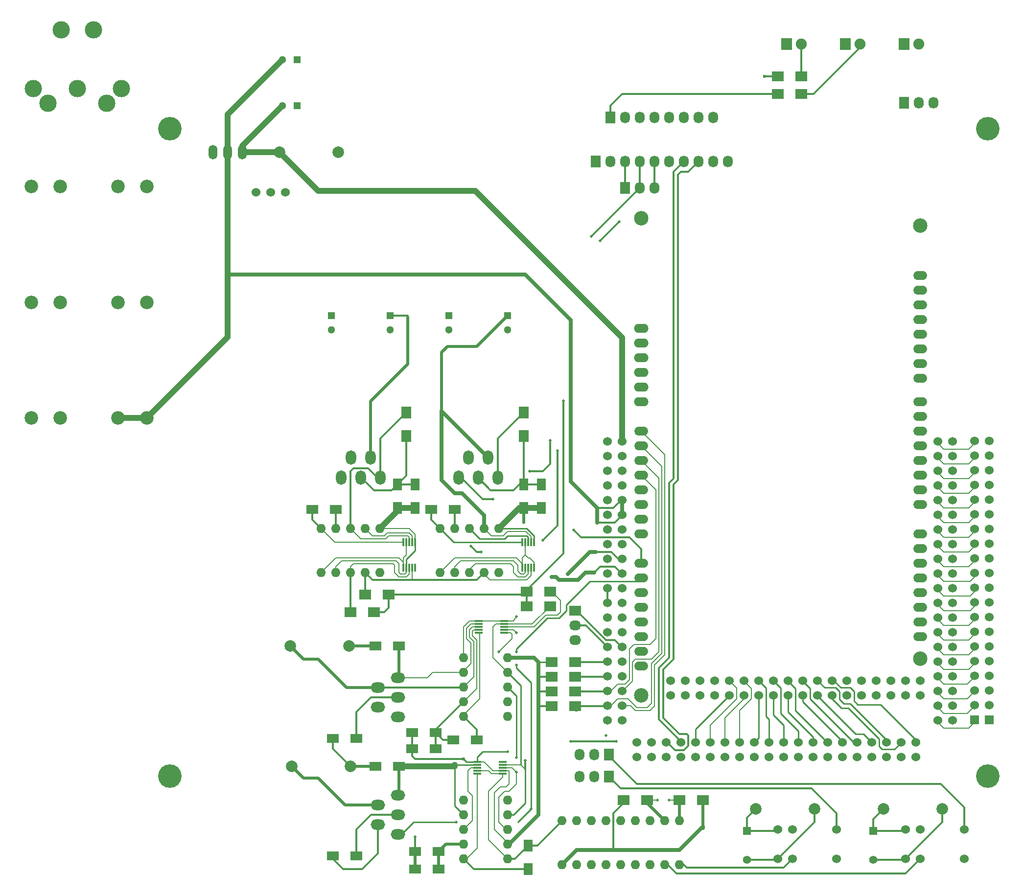
<source format=gtl>
G04 #@! TF.FileFunction,Copper,L1,Top,Signal*
%FSLAX46Y46*%
G04 Gerber Fmt 4.6, Leading zero omitted, Abs format (unit mm)*
G04 Created by KiCad (PCBNEW 4.0.1-stable) date Monday, February 22, 2016 'PMt' 07:07:20 PM*
%MOMM*%
G01*
G04 APERTURE LIST*
%ADD10C,0.100000*%
%ADD11R,1.400000X0.300000*%
%ADD12O,1.600000X1.600000*%
%ADD13C,1.524000*%
%ADD14O,2.400000X1.524000*%
%ADD15O,2.540000X1.524000*%
%ADD16C,2.500000*%
%ADD17C,3.000000*%
%ADD18R,1.524000X1.524000*%
%ADD19R,1.400000X1.400000*%
%ADD20C,1.400000*%
%ADD21R,2.000000X1.600000*%
%ADD22R,1.600000X2.000000*%
%ADD23R,1.300000X1.300000*%
%ADD24C,1.300000*%
%ADD25C,2.349500*%
%ADD26R,1.900000X2.000000*%
%ADD27C,1.900000*%
%ADD28R,1.727200X2.032000*%
%ADD29O,1.727200X2.032000*%
%ADD30R,2.032000X1.727200*%
%ADD31O,2.032000X1.727200*%
%ADD32R,2.000000X1.700000*%
%ADD33R,1.700000X2.000000*%
%ADD34C,1.998980*%
%ADD35O,1.800860X2.499360*%
%ADD36O,2.499360X1.800860*%
%ADD37O,1.501140X2.499360*%
%ADD38R,0.300000X1.400000*%
%ADD39C,4.064000*%
%ADD40C,0.500000*%
%ADD41C,0.600000*%
%ADD42C,0.300000*%
%ADD43C,0.200000*%
%ADD44C,0.250000*%
%ADD45C,0.500000*%
%ADD46C,0.700000*%
%ADD47C,1.000000*%
%ADD48C,0.170000*%
G04 APERTURE END LIST*
D10*
D11*
X147406000Y-120158000D03*
X147406000Y-120658000D03*
X147406000Y-121158000D03*
X147406000Y-121658000D03*
X147406000Y-122158000D03*
X151806000Y-122158000D03*
X151806000Y-121658000D03*
X151806000Y-121158000D03*
X151806000Y-120658000D03*
X151806000Y-120158000D03*
D12*
X144780000Y-126492000D03*
X144780000Y-129032000D03*
X144780000Y-131572000D03*
X144780000Y-134112000D03*
X144780000Y-136652000D03*
X152400000Y-136652000D03*
X152400000Y-134112000D03*
X152400000Y-131572000D03*
X152400000Y-129032000D03*
X152400000Y-126492000D03*
D13*
X172198000Y-111906000D03*
X172198000Y-101746000D03*
X172198000Y-99206000D03*
X169658000Y-99206000D03*
X169658000Y-101746000D03*
X169658000Y-91586000D03*
X169658000Y-89046000D03*
X172198000Y-91586000D03*
X172198000Y-89046000D03*
X172198000Y-94126000D03*
X172198000Y-96666000D03*
X169658000Y-94126000D03*
X169658000Y-96666000D03*
X169658000Y-106826000D03*
X169658000Y-104286000D03*
X169658000Y-109366000D03*
X169658000Y-111906000D03*
X172198000Y-109366000D03*
X169658000Y-119526000D03*
X172198000Y-119526000D03*
X169658000Y-122066000D03*
X172198000Y-122066000D03*
X169658000Y-124606000D03*
X172198000Y-124606000D03*
X169658000Y-134766000D03*
X172198000Y-134766000D03*
X169658000Y-137306000D03*
X172198000Y-137306000D03*
X200138000Y-143656000D03*
X202678000Y-143656000D03*
X205218000Y-143656000D03*
X207758000Y-143656000D03*
X210298000Y-143656000D03*
X212838000Y-143656000D03*
X215378000Y-143656000D03*
X217918000Y-143656000D03*
X220458000Y-143656000D03*
X222998000Y-143656000D03*
X229348000Y-137306000D03*
X226808000Y-137306000D03*
X229348000Y-134766000D03*
X226808000Y-134766000D03*
X229348000Y-132226000D03*
X226808000Y-132226000D03*
X229348000Y-129686000D03*
X226808000Y-129686000D03*
X229348000Y-127146000D03*
X226808000Y-127146000D03*
X229348000Y-124606000D03*
X226808000Y-124606000D03*
X229348000Y-122066000D03*
X226808000Y-122066000D03*
X229348000Y-119526000D03*
X226808000Y-119526000D03*
X229348000Y-116986000D03*
X226808000Y-116986000D03*
X229348000Y-114446000D03*
X226808000Y-114446000D03*
X229348000Y-111906000D03*
X226808000Y-111906000D03*
X229348000Y-109366000D03*
X226808000Y-109366000D03*
X229348000Y-106826000D03*
X226808000Y-106826000D03*
X229348000Y-104286000D03*
X226808000Y-104286000D03*
X229348000Y-101746000D03*
X226808000Y-101746000D03*
X229348000Y-99206000D03*
X226808000Y-99206000D03*
X229348000Y-96666000D03*
X226808000Y-96666000D03*
X229348000Y-94126000D03*
X226808000Y-94126000D03*
X229348000Y-91586000D03*
X226808000Y-91586000D03*
X229348000Y-89046000D03*
X226808000Y-89046000D03*
X197598000Y-143656000D03*
X195058000Y-143656000D03*
X192518000Y-143656000D03*
X189978000Y-143656000D03*
X187438000Y-143656000D03*
X184898000Y-143656000D03*
X182358000Y-143656000D03*
X179818000Y-143656000D03*
X177278000Y-143656000D03*
X174738000Y-143656000D03*
X222998000Y-141116000D03*
X220458000Y-141116000D03*
X217918000Y-141116000D03*
X215378000Y-141116000D03*
X212838000Y-141116000D03*
X210298000Y-141116000D03*
X207758000Y-141116000D03*
X205218000Y-141116000D03*
X202678000Y-141116000D03*
X200138000Y-141116000D03*
X197598000Y-141116000D03*
X195058000Y-141116000D03*
X192518000Y-141116000D03*
X189978000Y-141116000D03*
X187438000Y-141116000D03*
X184898000Y-141116000D03*
X182358000Y-141116000D03*
X179818000Y-141116000D03*
X177278000Y-141116000D03*
X174738000Y-141116000D03*
X172198000Y-132226000D03*
X169658000Y-132226000D03*
X172198000Y-129686000D03*
X169658000Y-129686000D03*
X172198000Y-127146000D03*
X169658000Y-127146000D03*
X172198000Y-116986000D03*
X172198000Y-114446000D03*
X169658000Y-116986000D03*
X169658000Y-114446000D03*
X172198000Y-106826000D03*
X172198000Y-104286000D03*
D14*
X223760000Y-105048000D03*
X223760000Y-107588000D03*
X223760000Y-110128000D03*
X223760000Y-112668000D03*
X223760000Y-115208000D03*
X223760000Y-117748000D03*
X223760000Y-120288000D03*
X223760000Y-122828000D03*
X175500000Y-127908000D03*
X175500000Y-125368000D03*
X175500000Y-122828000D03*
X175500000Y-120288000D03*
X175500000Y-110128000D03*
X175500000Y-105048000D03*
X175500000Y-102508000D03*
X175500000Y-112668000D03*
X175500000Y-115208000D03*
X175500000Y-117748000D03*
X175500000Y-99968000D03*
X175500000Y-97428000D03*
X175500000Y-94888000D03*
X175500000Y-87268000D03*
X175500000Y-89808000D03*
X175500000Y-92348000D03*
D15*
X175500000Y-82188000D03*
X175500000Y-79648000D03*
X175500000Y-77108000D03*
X175500000Y-72028000D03*
X175500000Y-69488000D03*
D14*
X223760000Y-99968000D03*
X223760000Y-97428000D03*
X223760000Y-94888000D03*
X223760000Y-92348000D03*
X223760000Y-89808000D03*
X223760000Y-87268000D03*
X223760000Y-84728000D03*
X223760000Y-82188000D03*
X223760000Y-78124000D03*
X223760000Y-75584000D03*
X223760000Y-73044000D03*
X223760000Y-70504000D03*
X223760000Y-67964000D03*
X223760000Y-65424000D03*
X223760000Y-62884000D03*
X223760000Y-60344000D03*
D15*
X175500000Y-74568000D03*
D16*
X175500000Y-132988000D03*
X223760000Y-126638000D03*
X223760000Y-51708000D03*
X175500000Y-50438000D03*
D13*
X221220000Y-130448000D03*
X221220000Y-132988000D03*
X218680000Y-130448000D03*
X218680000Y-132988000D03*
X216140000Y-130448000D03*
X216140000Y-132988000D03*
X213600000Y-130448000D03*
X213600000Y-132988000D03*
X223760000Y-130448000D03*
X223760000Y-132988000D03*
X211060000Y-132988000D03*
X211060000Y-130448000D03*
X208520000Y-130448000D03*
X208520000Y-132988000D03*
X205980000Y-130448000D03*
X205980000Y-132988000D03*
X203440000Y-130448000D03*
X203440000Y-132988000D03*
X200900000Y-130448000D03*
X200900000Y-132988000D03*
X198360000Y-130448000D03*
X198360000Y-132988000D03*
X195820000Y-130448000D03*
X195820000Y-132988000D03*
X193280000Y-130448000D03*
X193280000Y-132988000D03*
X190740000Y-130448000D03*
X190740000Y-132988000D03*
X188200000Y-130448000D03*
X188200000Y-132988000D03*
X185660000Y-130448000D03*
X185660000Y-132988000D03*
X183120000Y-130448000D03*
X183120000Y-132988000D03*
X180580000Y-130448000D03*
X180580000Y-132988000D03*
X199136000Y-156210000D03*
X201676000Y-156210000D03*
X199136000Y-161290000D03*
X201676000Y-161290000D03*
X209296000Y-161290000D03*
X209296000Y-156210000D03*
X221234000Y-156210000D03*
X223774000Y-156210000D03*
X221234000Y-161290000D03*
X223774000Y-161290000D03*
X231394000Y-161290000D03*
X231394000Y-156210000D03*
D17*
X75206000Y-17840000D03*
X80794000Y-17840000D03*
X85620000Y-28000000D03*
X83080000Y-30540000D03*
X78000000Y-28000000D03*
X72920000Y-30540000D03*
X70380000Y-28000000D03*
D18*
X233172000Y-137287000D03*
D13*
X233172000Y-134747000D03*
X233172000Y-132207000D03*
X233172000Y-129667000D03*
X233172000Y-127127000D03*
X233172000Y-124587000D03*
X233172000Y-122047000D03*
X233172000Y-119507000D03*
X233172000Y-116967000D03*
X233172000Y-114427000D03*
X233172000Y-111887000D03*
X233172000Y-109347000D03*
X233172000Y-106807000D03*
X233172000Y-104267000D03*
X233172000Y-101727000D03*
X233172000Y-99187000D03*
X233172000Y-96647000D03*
X233172000Y-94107000D03*
X233172000Y-91567000D03*
X233172000Y-89027000D03*
D18*
X235712000Y-137287000D03*
D13*
X235712000Y-134747000D03*
X235712000Y-132207000D03*
X235712000Y-129667000D03*
X235712000Y-127127000D03*
X235712000Y-124587000D03*
X235712000Y-122047000D03*
X235712000Y-119507000D03*
X235712000Y-116967000D03*
X235712000Y-114427000D03*
X235712000Y-111887000D03*
X235712000Y-109347000D03*
X235712000Y-106807000D03*
X235712000Y-104267000D03*
X235712000Y-101727000D03*
X235712000Y-99187000D03*
X235712000Y-96647000D03*
X235712000Y-94107000D03*
X235712000Y-91567000D03*
X235712000Y-89027000D03*
D19*
X193802000Y-156464000D03*
D20*
X193802000Y-161464000D03*
D19*
X215646000Y-156464000D03*
D20*
X215646000Y-161464000D03*
D21*
X122206000Y-140462000D03*
X126206000Y-140462000D03*
D22*
X158242000Y-100552000D03*
X158242000Y-96552000D03*
D21*
X135922000Y-139446000D03*
X139922000Y-139446000D03*
D22*
X155194000Y-100552000D03*
X155194000Y-96552000D03*
D21*
X135922000Y-142240000D03*
X139922000Y-142240000D03*
X143224000Y-100838000D03*
X139224000Y-100838000D03*
X143034000Y-140716000D03*
X147034000Y-140716000D03*
D23*
X142240000Y-67310000D03*
D24*
X142240000Y-69810000D03*
D21*
X129572000Y-124460000D03*
X133572000Y-124460000D03*
X122206000Y-160782000D03*
X126206000Y-160782000D03*
D22*
X136398000Y-100552000D03*
X136398000Y-96552000D03*
D21*
X136430000Y-160020000D03*
X140430000Y-160020000D03*
D22*
X133350000Y-100552000D03*
X133350000Y-96552000D03*
D21*
X136430000Y-163068000D03*
X140430000Y-163068000D03*
X122650000Y-100838000D03*
X118650000Y-100838000D03*
D22*
X155956000Y-159036000D03*
X155956000Y-163036000D03*
D21*
X129572000Y-145288000D03*
X133572000Y-145288000D03*
D23*
X116000000Y-23000000D03*
D24*
X113500000Y-23000000D03*
D23*
X116000000Y-31000000D03*
D24*
X113500000Y-31000000D03*
D23*
X152400000Y-67310000D03*
D24*
X152400000Y-69810000D03*
D23*
X121920000Y-67310000D03*
D24*
X121920000Y-69810000D03*
D23*
X132080000Y-67310000D03*
D24*
X132080000Y-69810000D03*
D25*
X74998740Y-65000000D03*
X70000020Y-65000000D03*
X85001260Y-65000000D03*
X89999980Y-65000000D03*
X74998740Y-85000000D03*
X70000020Y-85000000D03*
X85001260Y-85000000D03*
X89999980Y-85000000D03*
X74998740Y-45000000D03*
X70000020Y-45000000D03*
X85001260Y-45000000D03*
X89999980Y-45000000D03*
D26*
X220980000Y-20320000D03*
D27*
X223520000Y-20320000D03*
D26*
X200660000Y-20320000D03*
D27*
X203200000Y-20320000D03*
D26*
X210820000Y-20320000D03*
D27*
X213360000Y-20320000D03*
D28*
X170180000Y-33020000D03*
D29*
X172720000Y-33020000D03*
X175260000Y-33020000D03*
X177800000Y-33020000D03*
X180340000Y-33020000D03*
X182880000Y-33020000D03*
X185420000Y-33020000D03*
X187960000Y-33020000D03*
D28*
X167640000Y-40640000D03*
D29*
X170180000Y-40640000D03*
X172720000Y-40640000D03*
X175260000Y-40640000D03*
X177800000Y-40640000D03*
X180340000Y-40640000D03*
X182880000Y-40640000D03*
X185420000Y-40640000D03*
X187960000Y-40640000D03*
X190500000Y-40640000D03*
D30*
X164084000Y-118364000D03*
D31*
X164084000Y-120904000D03*
X164084000Y-123444000D03*
D28*
X220980000Y-30480000D03*
D29*
X223520000Y-30480000D03*
X226060000Y-30480000D03*
D28*
X169926000Y-147066000D03*
D29*
X167386000Y-147066000D03*
X164846000Y-147066000D03*
D28*
X169926000Y-143256000D03*
D29*
X167386000Y-143256000D03*
X164846000Y-143256000D03*
D28*
X172720000Y-45212000D03*
D29*
X175260000Y-45212000D03*
X177800000Y-45212000D03*
D32*
X164052000Y-127254000D03*
X160052000Y-127254000D03*
X164052000Y-129794000D03*
X160052000Y-129794000D03*
X164052000Y-132334000D03*
X160052000Y-132334000D03*
X164052000Y-134874000D03*
X160052000Y-134874000D03*
X155734000Y-117602000D03*
X159734000Y-117602000D03*
X155734000Y-115062000D03*
X159734000Y-115062000D03*
X199168000Y-25908000D03*
X203168000Y-25908000D03*
X199168000Y-28956000D03*
X203168000Y-28956000D03*
D33*
X155194000Y-84106000D03*
X155194000Y-88106000D03*
D32*
X131794000Y-115570000D03*
X127794000Y-115570000D03*
X129254000Y-118618000D03*
X125254000Y-118618000D03*
D33*
X134874000Y-84106000D03*
X134874000Y-88106000D03*
D32*
X172498000Y-151130000D03*
X176498000Y-151130000D03*
X186150000Y-151130000D03*
X182150000Y-151130000D03*
D34*
X195326000Y-152654000D03*
X205486000Y-152654000D03*
X217424000Y-152654000D03*
X227584000Y-152654000D03*
X125222000Y-145288000D03*
X115062000Y-145288000D03*
X123080000Y-39000000D03*
X112920000Y-39000000D03*
D13*
X111460000Y-46000000D03*
X108920000Y-46000000D03*
X114000000Y-46000000D03*
D12*
X182118000Y-154686000D03*
X179578000Y-154686000D03*
X177038000Y-154686000D03*
X174498000Y-154686000D03*
X171958000Y-154686000D03*
X169418000Y-154686000D03*
X166878000Y-154686000D03*
X164338000Y-154686000D03*
X161798000Y-154686000D03*
X161798000Y-162306000D03*
X164338000Y-162306000D03*
X166878000Y-162306000D03*
X169418000Y-162306000D03*
X171958000Y-162306000D03*
X174498000Y-162306000D03*
X177038000Y-162306000D03*
X179578000Y-162306000D03*
X182118000Y-162306000D03*
D35*
X147320000Y-95379540D03*
X143918940Y-95379540D03*
X150721060Y-95379540D03*
X145620740Y-91879420D03*
X149019260Y-91879420D03*
D36*
X133479540Y-133350000D03*
X133479540Y-136751060D03*
X133479540Y-129948940D03*
X129979420Y-135049260D03*
X129979420Y-131650740D03*
D12*
X150876000Y-104140000D03*
X148336000Y-104140000D03*
X145796000Y-104140000D03*
X143256000Y-104140000D03*
X140716000Y-104140000D03*
X140716000Y-111760000D03*
X143256000Y-111760000D03*
X145796000Y-111760000D03*
X148336000Y-111760000D03*
X150876000Y-111760000D03*
D35*
X127000000Y-95379540D03*
X123598940Y-95379540D03*
X130401060Y-95379540D03*
X125300740Y-91879420D03*
X128699260Y-91879420D03*
D36*
X133479540Y-153670000D03*
X133479540Y-157071060D03*
X133479540Y-150268940D03*
X129979420Y-155369260D03*
X129979420Y-151970740D03*
D12*
X130302000Y-104140000D03*
X127762000Y-104140000D03*
X125222000Y-104140000D03*
X122682000Y-104140000D03*
X120142000Y-104140000D03*
X120142000Y-111760000D03*
X122682000Y-111760000D03*
X125222000Y-111760000D03*
X127762000Y-111760000D03*
X130302000Y-111760000D03*
X144780000Y-151130000D03*
X144780000Y-153670000D03*
X144780000Y-156210000D03*
X144780000Y-158750000D03*
X144780000Y-161290000D03*
X152400000Y-161290000D03*
X152400000Y-158750000D03*
X152400000Y-156210000D03*
X152400000Y-153670000D03*
X152400000Y-151130000D03*
D37*
X104000000Y-39000000D03*
X101460000Y-39000000D03*
X106540000Y-39000000D03*
D38*
X156956000Y-106512000D03*
X156456000Y-106512000D03*
X155956000Y-106512000D03*
X155456000Y-106512000D03*
X154956000Y-106512000D03*
X154956000Y-110912000D03*
X155456000Y-110912000D03*
X155956000Y-110912000D03*
X156456000Y-110912000D03*
X156956000Y-110912000D03*
X136382000Y-106512000D03*
X135882000Y-106512000D03*
X135382000Y-106512000D03*
X134882000Y-106512000D03*
X134382000Y-106512000D03*
X134382000Y-110912000D03*
X134882000Y-110912000D03*
X135382000Y-110912000D03*
X135882000Y-110912000D03*
X136382000Y-110912000D03*
D11*
X147152000Y-144542000D03*
X147152000Y-145042000D03*
X147152000Y-145542000D03*
X147152000Y-146042000D03*
X147152000Y-146542000D03*
X151552000Y-146542000D03*
X151552000Y-146042000D03*
X151552000Y-145542000D03*
X151552000Y-145042000D03*
X151552000Y-144542000D03*
D34*
X124968000Y-124460000D03*
X114808000Y-124460000D03*
D39*
X94000000Y-147000000D03*
X94000000Y-35000000D03*
X235500000Y-147000000D03*
X235500000Y-35000000D03*
D40*
X150876000Y-125476000D03*
X153924000Y-119380000D03*
X153924000Y-122174000D03*
X157734000Y-139700000D03*
X152400000Y-142748000D03*
X186182000Y-155956000D03*
X155194000Y-103124000D03*
X136398000Y-157480000D03*
D41*
X156972000Y-126492000D03*
X144780000Y-144018000D03*
D40*
X160020000Y-112522000D03*
X167640000Y-108204000D03*
X162814000Y-112014000D03*
X143256000Y-145042000D03*
X155448000Y-144272000D03*
X163322000Y-140970000D03*
X171196000Y-140970000D03*
X158496000Y-106172000D03*
X161036000Y-90678000D03*
X168402000Y-54356000D03*
X171704000Y-51054000D03*
X169418000Y-139954000D03*
X147828000Y-108204000D03*
X146050000Y-107188000D03*
X156210000Y-94234000D03*
X159766000Y-88900000D03*
X166878000Y-53594000D03*
X153924000Y-146304000D03*
X153924000Y-143764000D03*
X162052000Y-82042000D03*
D41*
X196850000Y-25908000D03*
D40*
X178308000Y-151130000D03*
X180340000Y-151130000D03*
X149860000Y-99060000D03*
X163830000Y-104394000D03*
X143510000Y-154940000D03*
X156464000Y-152654000D03*
X153924000Y-127762000D03*
X153924000Y-125476000D03*
D42*
X193802000Y-156464000D02*
X198882000Y-156464000D01*
X198882000Y-156464000D02*
X199136000Y-156210000D01*
X193802000Y-156464000D02*
X193802000Y-154178000D01*
X193802000Y-154178000D02*
X195326000Y-152654000D01*
X193802000Y-161464000D02*
X198962000Y-161464000D01*
X198962000Y-161464000D02*
X199136000Y-161290000D01*
X205486000Y-152654000D02*
X205486000Y-154940000D01*
X205486000Y-154940000D02*
X199136000Y-161290000D01*
X215646000Y-156464000D02*
X220980000Y-156464000D01*
X220980000Y-156464000D02*
X221234000Y-156210000D01*
X215646000Y-156464000D02*
X215646000Y-154432000D01*
X215646000Y-154432000D02*
X217424000Y-152654000D01*
X215646000Y-161464000D02*
X221060000Y-161464000D01*
X221060000Y-161464000D02*
X221234000Y-161290000D01*
X227584000Y-152654000D02*
X227584000Y-154940000D01*
X227584000Y-154940000D02*
X221234000Y-161290000D01*
D43*
X151806000Y-122158000D02*
X152892000Y-122158000D01*
X153162000Y-123190000D02*
X150876000Y-125476000D01*
X153162000Y-122428000D02*
X153162000Y-123190000D01*
X152892000Y-122158000D02*
X153162000Y-122428000D01*
D42*
X169658000Y-114446000D02*
X169658000Y-116986000D01*
X139922000Y-139446000D02*
X139922000Y-138970000D01*
X139922000Y-138970000D02*
X144780000Y-134112000D01*
X143034000Y-140716000D02*
X141192000Y-140716000D01*
X141192000Y-140716000D02*
X139922000Y-139446000D01*
X139922000Y-139446000D02*
X139922000Y-142240000D01*
D43*
X147406000Y-121658000D02*
X146566000Y-121658000D01*
X147066000Y-131826000D02*
X144780000Y-134112000D01*
X147066000Y-123444000D02*
X147066000Y-131826000D01*
X146304000Y-122682000D02*
X147066000Y-123444000D01*
X146304000Y-121920000D02*
X146304000Y-122682000D01*
X146566000Y-121658000D02*
X146304000Y-121920000D01*
D42*
X155956000Y-159036000D02*
X157448000Y-159036000D01*
D44*
X157448000Y-159036000D02*
X161798000Y-154686000D01*
D42*
X127000000Y-95379540D02*
X127129540Y-95379540D01*
X127129540Y-95379540D02*
X129286000Y-97536000D01*
X129286000Y-97536000D02*
X132366000Y-97536000D01*
X132366000Y-97536000D02*
X133350000Y-96552000D01*
D43*
X151552000Y-146542000D02*
X151552000Y-147152000D01*
X149098000Y-157988000D02*
X152400000Y-161290000D01*
X149098000Y-149606000D02*
X149098000Y-157988000D01*
X151552000Y-147152000D02*
X149098000Y-149606000D01*
D42*
X122206000Y-160782000D02*
X122206000Y-161322000D01*
X122206000Y-161322000D02*
X123952000Y-163068000D01*
X123952000Y-163068000D02*
X127254000Y-163068000D01*
X127254000Y-163068000D02*
X129979420Y-160342580D01*
X129979420Y-160342580D02*
X129979420Y-155369260D01*
X122206000Y-140462000D02*
X122206000Y-142272000D01*
X122206000Y-142272000D02*
X125222000Y-145288000D01*
D45*
X144780000Y-158750000D02*
X141700000Y-158750000D01*
X141700000Y-158750000D02*
X140430000Y-160020000D01*
X140430000Y-163068000D02*
X140430000Y-160020000D01*
D42*
X152400000Y-161290000D02*
X153702000Y-161290000D01*
X153702000Y-161290000D02*
X155956000Y-159036000D01*
D45*
X125222000Y-145288000D02*
X129572000Y-145288000D01*
X124968000Y-124460000D02*
X129572000Y-124460000D01*
D43*
X147152000Y-146042000D02*
X148836000Y-146042000D01*
X149590000Y-146542000D02*
X151552000Y-146542000D01*
X149098000Y-146050000D02*
X149590000Y-146542000D01*
X148844000Y-146050000D02*
X149098000Y-146050000D01*
X148836000Y-146042000D02*
X148844000Y-146050000D01*
D42*
X177800000Y-45212000D02*
X177800000Y-40640000D01*
D43*
X156956000Y-110912000D02*
X156956000Y-109998000D01*
X155956000Y-109220000D02*
X155448000Y-108712000D01*
X156178000Y-109220000D02*
X155956000Y-109220000D01*
X156956000Y-109998000D02*
X156178000Y-109220000D01*
X155456000Y-106512000D02*
X155456000Y-108196000D01*
X154956000Y-109204000D02*
X154956000Y-110912000D01*
X155448000Y-108712000D02*
X154956000Y-109204000D01*
X155448000Y-108204000D02*
X155448000Y-108712000D01*
X155456000Y-108196000D02*
X155448000Y-108204000D01*
X154956000Y-110912000D02*
X154956000Y-110252000D01*
X154956000Y-110252000D02*
X153924000Y-109220000D01*
X153924000Y-109220000D02*
X143256000Y-109220000D01*
X143256000Y-109220000D02*
X140716000Y-111760000D01*
X134882000Y-106512000D02*
X134882000Y-108704000D01*
X134366000Y-109220000D02*
X134366000Y-110236000D01*
X134882000Y-108704000D02*
X134366000Y-109220000D01*
X134366000Y-110236000D02*
X134382000Y-110912000D01*
X134382000Y-110912000D02*
X134382000Y-109998000D01*
X122682000Y-109220000D02*
X120142000Y-111760000D01*
X133604000Y-109220000D02*
X122682000Y-109220000D01*
X134382000Y-109998000D02*
X133604000Y-109220000D01*
D42*
X155194000Y-96552000D02*
X154400000Y-96552000D01*
X154400000Y-96552000D02*
X153416000Y-97536000D01*
X149476460Y-97536000D02*
X147320000Y-95379540D01*
X153416000Y-97536000D02*
X149476460Y-97536000D01*
X133350000Y-96552000D02*
X132810000Y-96552000D01*
X155194000Y-88106000D02*
X155194000Y-96552000D01*
X134874000Y-88106000D02*
X134874000Y-95028000D01*
X134874000Y-95028000D02*
X133350000Y-96552000D01*
X122650000Y-100838000D02*
X122650000Y-104108000D01*
X122650000Y-104108000D02*
X122682000Y-104140000D01*
X133350000Y-96552000D02*
X136398000Y-96552000D01*
X143224000Y-100838000D02*
X143224000Y-104108000D01*
X143224000Y-104108000D02*
X143256000Y-104140000D01*
X155194000Y-96552000D02*
X158242000Y-96552000D01*
X133479540Y-153670000D02*
X128778000Y-153670000D01*
X126206000Y-156242000D02*
X126206000Y-160782000D01*
X128778000Y-153670000D02*
X126206000Y-156242000D01*
X133479540Y-133350000D02*
X128778000Y-133350000D01*
X126206000Y-135922000D02*
X126206000Y-140462000D01*
X128778000Y-133350000D02*
X126206000Y-135922000D01*
D46*
X167894000Y-100584000D02*
X167894000Y-103124000D01*
X167894000Y-100584000D02*
X163322000Y-96012000D01*
X163322000Y-96012000D02*
X163322000Y-68072000D01*
X163322000Y-68072000D02*
X155448000Y-60198000D01*
X155448000Y-60198000D02*
X104000000Y-60198000D01*
D42*
X172198000Y-101746000D02*
X172198000Y-101868000D01*
X172198000Y-101868000D02*
X170942000Y-103124000D01*
X170688000Y-100584000D02*
X167894000Y-100584000D01*
X172066000Y-99206000D02*
X170688000Y-100584000D01*
X167894000Y-103124000D02*
X167894000Y-100584000D01*
X170942000Y-103124000D02*
X167894000Y-103124000D01*
X172198000Y-99206000D02*
X172066000Y-99206000D01*
D46*
X172198000Y-101746000D02*
X172198000Y-99206000D01*
D47*
X85001260Y-85000000D02*
X89999980Y-85000000D01*
X104000000Y-39000000D02*
X104000000Y-60198000D01*
X104000000Y-60198000D02*
X104000000Y-70999980D01*
X104000000Y-70999980D02*
X89999980Y-85000000D01*
X104000000Y-39000000D02*
X104000000Y-32500000D01*
X104000000Y-32500000D02*
X113500000Y-23000000D01*
D46*
X104000000Y-39000000D02*
X104000000Y-38000000D01*
D43*
X151806000Y-121658000D02*
X153416000Y-121666000D01*
X153400000Y-120158000D02*
X151806000Y-120158000D01*
X153924000Y-119380000D02*
X153400000Y-120158000D01*
X153416000Y-121666000D02*
X153924000Y-122174000D01*
D42*
X144780000Y-144018000D02*
X136398000Y-144018000D01*
X135922000Y-143542000D02*
X135922000Y-142240000D01*
X136398000Y-144018000D02*
X135922000Y-143542000D01*
X135922000Y-139446000D02*
X135922000Y-142240000D01*
D43*
X147406000Y-120158000D02*
X145812000Y-120158000D01*
X144812000Y-121158000D02*
X144812000Y-126460000D01*
X145812000Y-120158000D02*
X144812000Y-121158000D01*
X144812000Y-126460000D02*
X144780000Y-126492000D01*
X147406000Y-120158000D02*
X149114000Y-120158000D01*
X149114000Y-120158000D02*
X151806000Y-120158000D01*
D42*
X172498000Y-151130000D02*
X172498000Y-151606000D01*
X172498000Y-151606000D02*
X170688000Y-153416000D01*
X170688000Y-153416000D02*
X170688000Y-159766000D01*
D45*
X152400000Y-158750000D02*
X152654000Y-158750000D01*
D46*
X152654000Y-158750000D02*
X157734000Y-153670000D01*
X157734000Y-153670000D02*
X157734000Y-139700000D01*
D44*
X148082000Y-142748000D02*
X152400000Y-142748000D01*
X147152000Y-143678000D02*
X148082000Y-142748000D01*
X147152000Y-144542000D02*
X147152000Y-143678000D01*
X157734000Y-139700000D02*
X157734000Y-139446000D01*
X157734000Y-139446000D02*
X157734000Y-139700000D01*
D46*
X152400000Y-126492000D02*
X156972000Y-126492000D01*
X156972000Y-126492000D02*
X157734000Y-127254000D01*
X157734000Y-127254000D02*
X157734000Y-135636000D01*
X157734000Y-135636000D02*
X157734000Y-139446000D01*
X157734000Y-139446000D02*
X157734000Y-139700000D01*
D45*
X152400000Y-126492000D02*
X151892000Y-126492000D01*
D46*
X186150000Y-155924000D02*
X186150000Y-155734000D01*
X186182000Y-155956000D02*
X186150000Y-155924000D01*
D45*
X155194000Y-103124000D02*
X155194000Y-100552000D01*
D43*
X152654000Y-146042000D02*
X152654000Y-148336000D01*
X152654000Y-148336000D02*
X152146000Y-148844000D01*
D44*
X134882000Y-110912000D02*
X134882000Y-109482000D01*
X136398000Y-107966000D02*
X136398000Y-107188000D01*
X134882000Y-109482000D02*
X136398000Y-107966000D01*
X136398000Y-107188000D02*
X136382000Y-106512000D01*
X156956000Y-106512000D02*
X156956000Y-105426000D01*
X155670000Y-104140000D02*
X150876000Y-104140000D01*
X156956000Y-105426000D02*
X155670000Y-104140000D01*
D42*
X172498000Y-151606000D02*
X170688000Y-153416000D01*
X172498000Y-151606000D02*
X170688000Y-153416000D01*
X170688000Y-153416000D02*
X170688000Y-159512000D01*
D45*
X186150000Y-151130000D02*
X186150000Y-155734000D01*
D46*
X164338000Y-159766000D02*
X161798000Y-162306000D01*
X182118000Y-159766000D02*
X170688000Y-159766000D01*
X170688000Y-159766000D02*
X164338000Y-159766000D01*
X186150000Y-155734000D02*
X182118000Y-159766000D01*
D42*
X136430000Y-160020000D02*
X136430000Y-157512000D01*
X136430000Y-157512000D02*
X136398000Y-157480000D01*
D45*
X156972000Y-126492000D02*
X157734000Y-127254000D01*
D42*
X160052000Y-134874000D02*
X157734000Y-134874000D01*
X157734000Y-134874000D02*
X157734000Y-132334000D01*
X160052000Y-132334000D02*
X157734000Y-132334000D01*
X157734000Y-132334000D02*
X157734000Y-129794000D01*
D44*
X160052000Y-127254000D02*
X157734000Y-127254000D01*
D42*
X157734000Y-129794000D02*
X160052000Y-129794000D01*
D44*
X157734000Y-127254000D02*
X157734000Y-129794000D01*
D43*
X152400000Y-158750000D02*
X152400000Y-158496000D01*
X152400000Y-158496000D02*
X150114000Y-156210000D01*
X151130000Y-148844000D02*
X152146000Y-148844000D01*
X150114000Y-149860000D02*
X151130000Y-148844000D01*
X150114000Y-156210000D02*
X150114000Y-149860000D01*
X152654000Y-146042000D02*
X151552000Y-146042000D01*
X147152000Y-144542000D02*
X148352000Y-144542000D01*
X149852000Y-146042000D02*
X151552000Y-146042000D01*
X148352000Y-144542000D02*
X149852000Y-146042000D01*
D45*
X136430000Y-163068000D02*
X136430000Y-160020000D01*
D44*
X147152000Y-144542000D02*
X145304000Y-144542000D01*
X145304000Y-144542000D02*
X144780000Y-144018000D01*
D43*
X136382000Y-106512000D02*
X136382000Y-105172000D01*
X135382000Y-104140000D02*
X130302000Y-104140000D01*
X135890000Y-104648000D02*
X135382000Y-104140000D01*
X135890000Y-104680000D02*
X135890000Y-104648000D01*
X136382000Y-105172000D02*
X135890000Y-104680000D01*
D42*
X170180000Y-33020000D02*
X170180000Y-30988000D01*
X172212000Y-28956000D02*
X199168000Y-28956000D01*
X170180000Y-30988000D02*
X172212000Y-28956000D01*
D43*
X143256000Y-111760000D02*
X143256000Y-110744000D01*
X154178000Y-110490000D02*
X154178000Y-111506000D01*
X153416000Y-109728000D02*
X154178000Y-110490000D01*
X144272000Y-109728000D02*
X153416000Y-109728000D01*
X143256000Y-110744000D02*
X144272000Y-109728000D01*
X154178000Y-111506000D02*
X154178000Y-111506000D01*
X154178000Y-111506000D02*
X154178000Y-111506000D01*
X154178000Y-111506000D02*
X154686000Y-112014000D01*
X154686000Y-112014000D02*
X155194000Y-112014000D01*
X155194000Y-112014000D02*
X155456000Y-111752000D01*
X155456000Y-111752000D02*
X155456000Y-110912000D01*
X122682000Y-111760000D02*
X122682000Y-110744000D01*
X134882000Y-111752000D02*
X134882000Y-110912000D01*
X134620000Y-112014000D02*
X134882000Y-111752000D01*
X133858000Y-112014000D02*
X134620000Y-112014000D01*
X133604000Y-111760000D02*
X133858000Y-112014000D01*
X133604000Y-111506000D02*
X133604000Y-111760000D01*
X133604000Y-110236000D02*
X133604000Y-111506000D01*
X133096000Y-109728000D02*
X133604000Y-110236000D01*
X123698000Y-109728000D02*
X133096000Y-109728000D01*
X122682000Y-110744000D02*
X123698000Y-109728000D01*
D47*
X133350000Y-100552000D02*
X133350000Y-101092000D01*
X133350000Y-101092000D02*
X130302000Y-104140000D01*
X136398000Y-100552000D02*
X133350000Y-100552000D01*
X155194000Y-100552000D02*
X154464000Y-100552000D01*
X154464000Y-100552000D02*
X150876000Y-104140000D01*
X158242000Y-100552000D02*
X155194000Y-100552000D01*
D44*
X154956000Y-106512000D02*
X143088000Y-106512000D01*
X143088000Y-106512000D02*
X140716000Y-104140000D01*
D42*
X139224000Y-100838000D02*
X139224000Y-102648000D01*
X139224000Y-102648000D02*
X140716000Y-104140000D01*
X147034000Y-140716000D02*
X147034000Y-138906000D01*
X147034000Y-138906000D02*
X144780000Y-136652000D01*
D43*
X144780000Y-136652000D02*
X144780000Y-136398000D01*
X144780000Y-136398000D02*
X147574000Y-133604000D01*
X147574000Y-122326000D02*
X147406000Y-122158000D01*
X147574000Y-133604000D02*
X147574000Y-122326000D01*
D42*
X167386000Y-111760000D02*
X168402000Y-110744000D01*
X170942000Y-110744000D02*
X172104000Y-111906000D01*
X168402000Y-110744000D02*
X170942000Y-110744000D01*
X172104000Y-111906000D02*
X172198000Y-111906000D01*
D46*
X160020000Y-112522000D02*
X160782000Y-112522000D01*
X160782000Y-112522000D02*
X161290000Y-113030000D01*
X161290000Y-113030000D02*
X164592000Y-113030000D01*
X164592000Y-113030000D02*
X165862000Y-111760000D01*
X165862000Y-111760000D02*
X167386000Y-111760000D01*
D43*
X147152000Y-120658000D02*
X146058000Y-120658000D01*
X146058000Y-120658000D02*
X145304000Y-121412000D01*
D45*
X133572000Y-124460000D02*
X133572000Y-129856480D01*
X133572000Y-129856480D02*
X133479540Y-129948940D01*
D43*
X133479540Y-129948940D02*
X138529060Y-129948940D01*
X139446000Y-129032000D02*
X144780000Y-129032000D01*
X138529060Y-129948940D02*
X139446000Y-129032000D01*
X146050000Y-127508000D02*
X144780000Y-128778000D01*
X146050000Y-126746000D02*
X146050000Y-127508000D01*
X146050000Y-125476000D02*
X146050000Y-126746000D01*
X146050000Y-123952000D02*
X146050000Y-125476000D01*
X145796000Y-123698000D02*
X146050000Y-123952000D01*
X145288000Y-123190000D02*
X145796000Y-123698000D01*
X145288000Y-121412000D02*
X145288000Y-123190000D01*
X145304000Y-121412000D02*
X145288000Y-121412000D01*
X144780000Y-128778000D02*
X144780000Y-129032000D01*
D48*
X134382000Y-106512000D02*
X122514000Y-106512000D01*
X122514000Y-106512000D02*
X120142000Y-104140000D01*
D42*
X118650000Y-100838000D02*
X118650000Y-102648000D01*
X118650000Y-102648000D02*
X120142000Y-104140000D01*
D43*
X144780000Y-161290000D02*
X145288000Y-161290000D01*
X145288000Y-161290000D02*
X147152000Y-159426000D01*
X147152000Y-159426000D02*
X147152000Y-146542000D01*
D42*
X155956000Y-163036000D02*
X146526000Y-163036000D01*
X146526000Y-163036000D02*
X144780000Y-161290000D01*
D46*
X166370000Y-108458000D02*
X166624000Y-108204000D01*
X162814000Y-112014000D02*
X166370000Y-108458000D01*
X166624000Y-108204000D02*
X167640000Y-108204000D01*
D42*
X172198000Y-109366000D02*
X171558000Y-109366000D01*
X171558000Y-109366000D02*
X170396000Y-108204000D01*
X170396000Y-108204000D02*
X167640000Y-108204000D01*
X167640000Y-108204000D02*
X166624000Y-108204000D01*
D47*
X133572000Y-145288000D02*
X143256000Y-145288000D01*
X143256000Y-145288000D02*
X143256000Y-145042000D01*
D44*
X144780000Y-153670000D02*
X143256000Y-152146000D01*
X143256000Y-152146000D02*
X143256000Y-145042000D01*
X143256000Y-145042000D02*
X143256000Y-145034000D01*
X143256000Y-145034000D02*
X143256000Y-145042000D01*
X147152000Y-145042000D02*
X143256000Y-145042000D01*
X143256000Y-145042000D02*
X133818000Y-145042000D01*
X133818000Y-145042000D02*
X133572000Y-145288000D01*
D45*
X133572000Y-145288000D02*
X133572000Y-150176480D01*
X133572000Y-150176480D02*
X133479540Y-150268940D01*
D46*
X112920000Y-39000000D02*
X112920000Y-39006000D01*
D47*
X112920000Y-39006000D02*
X119634000Y-45720000D01*
X172198000Y-71106000D02*
X172198000Y-89046000D01*
X146812000Y-45720000D02*
X172198000Y-71106000D01*
X119634000Y-45720000D02*
X146812000Y-45720000D01*
X106540000Y-39000000D02*
X112920000Y-39000000D01*
X106540000Y-39000000D02*
X106540000Y-37960000D01*
X106540000Y-37960000D02*
X113500000Y-31000000D01*
D43*
X156456000Y-106512000D02*
X156456000Y-105527044D01*
X149606000Y-105410000D02*
X148336000Y-104140000D01*
X151638000Y-105410000D02*
X149606000Y-105410000D01*
X152400000Y-104648000D02*
X151638000Y-105410000D01*
X155576956Y-104648000D02*
X152400000Y-104648000D01*
X156456000Y-105527044D02*
X155576956Y-104648000D01*
D46*
X149019260Y-91879420D02*
X149019260Y-91869260D01*
X149019260Y-91869260D02*
X140970000Y-83820000D01*
D45*
X147066000Y-72644000D02*
X152400000Y-67310000D01*
X141986000Y-72644000D02*
X147066000Y-72644000D01*
X140970000Y-73660000D02*
X141986000Y-72644000D01*
D46*
X140970000Y-95758000D02*
X140970000Y-83820000D01*
X148336000Y-104140000D02*
X148336000Y-101854000D01*
X148336000Y-101854000D02*
X144526000Y-98044000D01*
X144526000Y-98044000D02*
X143256000Y-98044000D01*
X143256000Y-98044000D02*
X140970000Y-95758000D01*
D45*
X140970000Y-83820000D02*
X140970000Y-73660000D01*
D42*
X135128000Y-70358000D02*
X135128000Y-67310000D01*
X135128000Y-67310000D02*
X132080000Y-67310000D01*
D45*
X128699260Y-91879420D02*
X128699260Y-82120740D01*
X135128000Y-70358000D02*
X135128000Y-67564000D01*
X135128000Y-75692000D02*
X135128000Y-70358000D01*
X128699260Y-82120740D02*
X135128000Y-75692000D01*
D48*
X135382000Y-104902000D02*
X131572000Y-104902000D01*
X135882000Y-105402000D02*
X135382000Y-104902000D01*
X135882000Y-106512000D02*
X135882000Y-105402000D01*
X129032000Y-105410000D02*
X127762000Y-104140000D01*
X131064000Y-105410000D02*
X129032000Y-105410000D01*
X131572000Y-104902000D02*
X131064000Y-105410000D01*
D42*
X203168000Y-25908000D02*
X203168000Y-20352000D01*
X203168000Y-20352000D02*
X203200000Y-20320000D01*
X203168000Y-28956000D02*
X205359000Y-28956000D01*
X205359000Y-28956000D02*
X213360000Y-20955000D01*
X213360000Y-20955000D02*
X213360000Y-20320000D01*
D44*
X177800000Y-33020000D02*
X177800000Y-33528000D01*
X180340000Y-33020000D02*
X180340000Y-33020000D01*
X182880000Y-33020000D02*
X182880000Y-33020000D01*
X185660000Y-132988000D02*
X185660000Y-132856000D01*
X183120000Y-132988000D02*
X183120000Y-132348000D01*
D43*
X151806000Y-120658000D02*
X150376000Y-120658000D01*
X149860000Y-126492000D02*
X152400000Y-129032000D01*
X149860000Y-121174000D02*
X149860000Y-126492000D01*
X150376000Y-120658000D02*
X149860000Y-121174000D01*
X135882000Y-110912000D02*
X135882000Y-113030000D01*
X135882000Y-113030000D02*
X135890000Y-113030000D01*
D42*
X155448000Y-144272000D02*
X155448000Y-145796000D01*
X171196000Y-140970000D02*
X163322000Y-140970000D01*
X161036000Y-103632000D02*
X158496000Y-106172000D01*
X161036000Y-103632000D02*
X161036000Y-99314000D01*
X161036000Y-90678000D02*
X161036000Y-103632000D01*
X171704000Y-51054000D02*
X168402000Y-54356000D01*
D43*
X151806000Y-120658000D02*
X156678000Y-120658000D01*
X156678000Y-120658000D02*
X159734000Y-117602000D01*
D44*
X154686000Y-145042000D02*
X154686000Y-131318000D01*
X154686000Y-131318000D02*
X152400000Y-129032000D01*
D42*
X127762000Y-111760000D02*
X127762000Y-115538000D01*
X127762000Y-115538000D02*
X127794000Y-115570000D01*
D44*
X152400000Y-153670000D02*
X153416000Y-153670000D01*
X153416000Y-153670000D02*
X155448000Y-151638000D01*
X155448000Y-151638000D02*
X155448000Y-145796000D01*
D43*
X154694000Y-145042000D02*
X154686000Y-145042000D01*
X154686000Y-145042000D02*
X151552000Y-145042000D01*
X155448000Y-145796000D02*
X154694000Y-145042000D01*
D42*
X172720000Y-45212000D02*
X172720000Y-40640000D01*
X148336000Y-111760000D02*
X147066000Y-113030000D01*
X147066000Y-113030000D02*
X147066000Y-113030000D01*
X147066000Y-113030000D02*
X135890000Y-113030000D01*
X135890000Y-113030000D02*
X129032000Y-113030000D01*
X129032000Y-113030000D02*
X127762000Y-111760000D01*
D43*
X148336000Y-111760000D02*
X148336000Y-112014000D01*
X148336000Y-112014000D02*
X149352000Y-113030000D01*
X149352000Y-113030000D02*
X154432000Y-113030000D01*
X154432000Y-113030000D02*
X155702000Y-113030000D01*
X155702000Y-113030000D02*
X156464000Y-112268000D01*
X156464000Y-112268000D02*
X156456000Y-110912000D01*
X127762000Y-111760000D02*
X129032000Y-113030000D01*
D42*
X167640000Y-52832000D02*
X166878000Y-53594000D01*
X175260000Y-45212000D02*
X170180000Y-50292000D01*
X167640000Y-52832000D02*
X170180000Y-50292000D01*
X147066000Y-108204000D02*
X147828000Y-108204000D01*
X146050000Y-107188000D02*
X147066000Y-108204000D01*
X158496000Y-94234000D02*
X156210000Y-94234000D01*
X159004000Y-93726000D02*
X158496000Y-94234000D01*
X159766000Y-92964000D02*
X159004000Y-93726000D01*
X159766000Y-90424000D02*
X159766000Y-92964000D01*
X159766000Y-88900000D02*
X159766000Y-90424000D01*
D43*
X151806000Y-121158000D02*
X156972000Y-121158000D01*
X161544000Y-116586000D02*
X160020000Y-115062000D01*
X161544000Y-118618000D02*
X161544000Y-116586000D01*
X161036000Y-119126000D02*
X161544000Y-118618000D01*
X159004000Y-119126000D02*
X161036000Y-119126000D01*
X156972000Y-121158000D02*
X159004000Y-119126000D01*
X160020000Y-115062000D02*
X159734000Y-115062000D01*
D44*
X152400000Y-131572000D02*
X153924000Y-133096000D01*
X153924000Y-133604000D02*
X153924000Y-133096000D01*
X153924000Y-143764000D02*
X153924000Y-133604000D01*
D43*
X153162000Y-145542000D02*
X153924000Y-146304000D01*
X153924000Y-148336000D02*
X152654000Y-149606000D01*
X153924000Y-146304000D02*
X153924000Y-148336000D01*
D42*
X125254000Y-118618000D02*
X125254000Y-111792000D01*
X125254000Y-111792000D02*
X125222000Y-111760000D01*
D43*
X152400000Y-156210000D02*
X152146000Y-156210000D01*
X152146000Y-156210000D02*
X150876000Y-154940000D01*
X151892000Y-149606000D02*
X152654000Y-149606000D01*
X150876000Y-150622000D02*
X151892000Y-149606000D01*
X150876000Y-154940000D02*
X150876000Y-150622000D01*
X153162000Y-145542000D02*
X151552000Y-145542000D01*
D42*
X175260000Y-45212000D02*
X175260000Y-40640000D01*
D43*
X145796000Y-111760000D02*
X145796000Y-111252000D01*
X145796000Y-111252000D02*
X146812000Y-110236000D01*
X146812000Y-110236000D02*
X152908000Y-110236000D01*
X152908000Y-110236000D02*
X153416000Y-110744000D01*
X153416000Y-110744000D02*
X153416000Y-111760000D01*
X153416000Y-111760000D02*
X154178000Y-112522000D01*
X154178000Y-112522000D02*
X155448000Y-112522000D01*
X155448000Y-112522000D02*
X155956000Y-112014000D01*
X155956000Y-112014000D02*
X155956000Y-110912000D01*
X125222000Y-111760000D02*
X125222000Y-110744000D01*
X135382000Y-112014000D02*
X135382000Y-110912000D01*
X134874000Y-112522000D02*
X135382000Y-112014000D01*
X133604000Y-112522000D02*
X134874000Y-112522000D01*
X132842000Y-111760000D02*
X133604000Y-112522000D01*
X132842000Y-110490000D02*
X132842000Y-111760000D01*
X132588000Y-110236000D02*
X132842000Y-110490000D01*
X132334000Y-110236000D02*
X132588000Y-110236000D01*
X125730000Y-110236000D02*
X132334000Y-110236000D01*
X125222000Y-110744000D02*
X125730000Y-110236000D01*
D42*
X182358000Y-141116000D02*
X182358000Y-140956000D01*
X182358000Y-140956000D02*
X178562000Y-137160000D01*
X178562000Y-137160000D02*
X178562000Y-129286000D01*
X178562000Y-129286000D02*
X178562000Y-128270000D01*
X178562000Y-128270000D02*
X180340000Y-126492000D01*
X180340000Y-126492000D02*
X180340000Y-96266000D01*
X180340000Y-96266000D02*
X181102000Y-95504000D01*
X181102000Y-95504000D02*
X181102000Y-42418000D01*
X181102000Y-42418000D02*
X182880000Y-40640000D01*
X179818000Y-141116000D02*
X179978000Y-141116000D01*
X179978000Y-141116000D02*
X181356000Y-142494000D01*
X181356000Y-142494000D02*
X182880000Y-142494000D01*
X182880000Y-142494000D02*
X183642000Y-141732000D01*
X183642000Y-141732000D02*
X183642000Y-139954000D01*
X183642000Y-139954000D02*
X183388000Y-139700000D01*
X183388000Y-139700000D02*
X182118000Y-139700000D01*
X182118000Y-139700000D02*
X179324000Y-136906000D01*
X179324000Y-136906000D02*
X179324000Y-128524000D01*
X179324000Y-128524000D02*
X181102000Y-126746000D01*
X181102000Y-126746000D02*
X181102000Y-96774000D01*
X181102000Y-96774000D02*
X181102000Y-96520000D01*
X181102000Y-96520000D02*
X181864000Y-95758000D01*
X181864000Y-95758000D02*
X181864000Y-43688000D01*
X181864000Y-43688000D02*
X181864000Y-42926000D01*
X181864000Y-42926000D02*
X182372000Y-42418000D01*
X182372000Y-42418000D02*
X183642000Y-42418000D01*
X183642000Y-42418000D02*
X185420000Y-40640000D01*
X164084000Y-120904000D02*
X165956000Y-120904000D01*
X165956000Y-120904000D02*
X169658000Y-124606000D01*
X172198000Y-124606000D02*
X172104000Y-124606000D01*
X172104000Y-124606000D02*
X170942000Y-123444000D01*
X170942000Y-123444000D02*
X169418000Y-123444000D01*
X169418000Y-123444000D02*
X164338000Y-118364000D01*
X164338000Y-118364000D02*
X164084000Y-118364000D01*
D43*
X177292000Y-134366000D02*
X177292000Y-127508000D01*
X171450000Y-133604000D02*
X173228000Y-133604000D01*
X173228000Y-133604000D02*
X174752000Y-135128000D01*
X174752000Y-135128000D02*
X176530000Y-135128000D01*
X176530000Y-135128000D02*
X177292000Y-134366000D01*
X170288000Y-134766000D02*
X171450000Y-133604000D01*
X179070000Y-93378000D02*
X175500000Y-89808000D01*
X179070000Y-125730000D02*
X179070000Y-93378000D01*
X177292000Y-127508000D02*
X179070000Y-125730000D01*
X169658000Y-134766000D02*
X170288000Y-134766000D01*
D42*
X164052000Y-134874000D02*
X169550000Y-134874000D01*
X169550000Y-134874000D02*
X169658000Y-134766000D01*
D44*
X169550000Y-134874000D02*
X169658000Y-134766000D01*
X164052000Y-135636000D02*
X164465000Y-135636000D01*
D43*
X177800000Y-130556000D02*
X177800000Y-127762000D01*
X172198000Y-134766000D02*
X173628000Y-134766000D01*
X177038000Y-135636000D02*
X177800000Y-134874000D01*
X174498000Y-135636000D02*
X177038000Y-135636000D01*
X173628000Y-134766000D02*
X174498000Y-135636000D01*
X177800000Y-130556000D02*
X177800000Y-134874000D01*
X179578000Y-91346000D02*
X175500000Y-87268000D01*
X179578000Y-125984000D02*
X179578000Y-91346000D01*
X177800000Y-127762000D02*
X179578000Y-125984000D01*
X169658000Y-132226000D02*
X170288000Y-132226000D01*
X170288000Y-132226000D02*
X171450000Y-131064000D01*
X178054000Y-97442000D02*
X175500000Y-94888000D01*
X178054000Y-123190000D02*
X178054000Y-97442000D01*
X177038000Y-124206000D02*
X178054000Y-123190000D01*
X174244000Y-124206000D02*
X177038000Y-124206000D01*
X173482000Y-124968000D02*
X174244000Y-124206000D01*
X173482000Y-130302000D02*
X173482000Y-124968000D01*
X172720000Y-131064000D02*
X173482000Y-130302000D01*
X171450000Y-131064000D02*
X172720000Y-131064000D01*
D42*
X164052000Y-132334000D02*
X169550000Y-132334000D01*
X169550000Y-132334000D02*
X169658000Y-132226000D01*
D44*
X164052000Y-132588000D02*
X164719000Y-132588000D01*
D43*
X220458000Y-143656000D02*
X220643500Y-143656000D01*
X222998000Y-143656000D02*
X222998000Y-143587500D01*
X233172000Y-137287000D02*
X233172000Y-137668000D01*
X233172000Y-137668000D02*
X232156000Y-138684000D01*
X232156000Y-138684000D02*
X227838000Y-138684000D01*
X227838000Y-138684000D02*
X226808000Y-137654000D01*
X226808000Y-137654000D02*
X226808000Y-137306000D01*
X233172000Y-134747000D02*
X233172000Y-134874000D01*
X233172000Y-134874000D02*
X231902000Y-136144000D01*
X231902000Y-136144000D02*
X227838000Y-136144000D01*
X227838000Y-136144000D02*
X226808000Y-135114000D01*
X226808000Y-135114000D02*
X226808000Y-134766000D01*
X233172000Y-132207000D02*
X233172000Y-132334000D01*
X233172000Y-132334000D02*
X231902000Y-133604000D01*
X231902000Y-133604000D02*
X227838000Y-133604000D01*
X227838000Y-133604000D02*
X226808000Y-132574000D01*
X226808000Y-132574000D02*
X226808000Y-132226000D01*
X233172000Y-129667000D02*
X233172000Y-129794000D01*
X233172000Y-129794000D02*
X231902000Y-131064000D01*
X231902000Y-131064000D02*
X227838000Y-131064000D01*
X227838000Y-131064000D02*
X226808000Y-130034000D01*
X226808000Y-130034000D02*
X226808000Y-129686000D01*
X233172000Y-127127000D02*
X233172000Y-127508000D01*
X233172000Y-127508000D02*
X232156000Y-128524000D01*
X232156000Y-128524000D02*
X227838000Y-128524000D01*
X227838000Y-128524000D02*
X226808000Y-127494000D01*
X226808000Y-127494000D02*
X226808000Y-127146000D01*
X233172000Y-124587000D02*
X233172000Y-124968000D01*
X233172000Y-124968000D02*
X232156000Y-125984000D01*
X227838000Y-125984000D02*
X226808000Y-124954000D01*
X232156000Y-125984000D02*
X227838000Y-125984000D01*
X226808000Y-124954000D02*
X226808000Y-124606000D01*
X226808000Y-125208000D02*
X226808000Y-124606000D01*
X233172000Y-122047000D02*
X233172000Y-122428000D01*
X233172000Y-122428000D02*
X232156000Y-123444000D01*
X232156000Y-123444000D02*
X227838000Y-123444000D01*
X227838000Y-123444000D02*
X226808000Y-122414000D01*
X226808000Y-122414000D02*
X226808000Y-122066000D01*
X233172000Y-119507000D02*
X233172000Y-119888000D01*
X233172000Y-119888000D02*
X232156000Y-120904000D01*
X232156000Y-120904000D02*
X227838000Y-120904000D01*
X227838000Y-120904000D02*
X226808000Y-119874000D01*
X226808000Y-119874000D02*
X226808000Y-119526000D01*
X233172000Y-116967000D02*
X233172000Y-117602000D01*
X233172000Y-117602000D02*
X232410000Y-118364000D01*
X232410000Y-118364000D02*
X227838000Y-118364000D01*
X227838000Y-118364000D02*
X226808000Y-117334000D01*
X226808000Y-117334000D02*
X226808000Y-116986000D01*
X233172000Y-114427000D02*
X233172000Y-115062000D01*
X233172000Y-115062000D02*
X232410000Y-115824000D01*
X232410000Y-115824000D02*
X227838000Y-115824000D01*
X227838000Y-115824000D02*
X226808000Y-114794000D01*
X226808000Y-114794000D02*
X226808000Y-114446000D01*
X233172000Y-111887000D02*
X233172000Y-112522000D01*
X233172000Y-112522000D02*
X232410000Y-113284000D01*
X232410000Y-113284000D02*
X227838000Y-113284000D01*
X227838000Y-113284000D02*
X226808000Y-112254000D01*
X226808000Y-112254000D02*
X226808000Y-111906000D01*
X233172000Y-109347000D02*
X233172000Y-109728000D01*
X233172000Y-109728000D02*
X232156000Y-110744000D01*
X232156000Y-110744000D02*
X227838000Y-110744000D01*
X227838000Y-110744000D02*
X226808000Y-109714000D01*
X226808000Y-109714000D02*
X226808000Y-109366000D01*
X233172000Y-106807000D02*
X233172000Y-107188000D01*
X233172000Y-107188000D02*
X232156000Y-108204000D01*
X232156000Y-108204000D02*
X227838000Y-108204000D01*
X227838000Y-108204000D02*
X226808000Y-107174000D01*
X226808000Y-107174000D02*
X226808000Y-106826000D01*
X233172000Y-104267000D02*
X233172000Y-104648000D01*
X233172000Y-104648000D02*
X232156000Y-105664000D01*
X232156000Y-105664000D02*
X227838000Y-105664000D01*
X227838000Y-105664000D02*
X226808000Y-104634000D01*
X226808000Y-104634000D02*
X226808000Y-104286000D01*
X233172000Y-101727000D02*
X233172000Y-102108000D01*
X233172000Y-102108000D02*
X232156000Y-103124000D01*
X232156000Y-103124000D02*
X227838000Y-103124000D01*
X227838000Y-103124000D02*
X226808000Y-102094000D01*
X226808000Y-102094000D02*
X226808000Y-101746000D01*
X233172000Y-99187000D02*
X233172000Y-99568000D01*
X233172000Y-99568000D02*
X232156000Y-100584000D01*
X232156000Y-100584000D02*
X227838000Y-100584000D01*
X227838000Y-100584000D02*
X226808000Y-99554000D01*
X226808000Y-99554000D02*
X226808000Y-99206000D01*
X233172000Y-96647000D02*
X233172000Y-97028000D01*
X233172000Y-97028000D02*
X232156000Y-98044000D01*
X232156000Y-98044000D02*
X227838000Y-98044000D01*
X227838000Y-98044000D02*
X226808000Y-97014000D01*
X226808000Y-97014000D02*
X226808000Y-96666000D01*
X233172000Y-94107000D02*
X233172000Y-94488000D01*
X233172000Y-94488000D02*
X232156000Y-95504000D01*
X232156000Y-95504000D02*
X227838000Y-95504000D01*
X227838000Y-95504000D02*
X226808000Y-94474000D01*
X226808000Y-94474000D02*
X226808000Y-94126000D01*
X233172000Y-91567000D02*
X233172000Y-91948000D01*
X233172000Y-91948000D02*
X232156000Y-92964000D01*
X232156000Y-92964000D02*
X227838000Y-92964000D01*
X227838000Y-92964000D02*
X226808000Y-91934000D01*
X226808000Y-91934000D02*
X226808000Y-91586000D01*
X233172000Y-89027000D02*
X233172000Y-89408000D01*
X233172000Y-89408000D02*
X232156000Y-90424000D01*
X232156000Y-90424000D02*
X227838000Y-90424000D01*
X227838000Y-90424000D02*
X226808000Y-89394000D01*
X226808000Y-89394000D02*
X226808000Y-89046000D01*
D44*
X222998000Y-141116000D02*
X222998000Y-140702000D01*
X222998000Y-140702000D02*
X216916000Y-134620000D01*
X210058000Y-131699000D02*
X208807000Y-130448000D01*
X211709000Y-131699000D02*
X210058000Y-131699000D01*
X212344000Y-132334000D02*
X211709000Y-131699000D01*
X212344000Y-133985000D02*
X212344000Y-132334000D01*
X212979000Y-134620000D02*
X212344000Y-133985000D01*
X216916000Y-134620000D02*
X212979000Y-134620000D01*
X208807000Y-130448000D02*
X208520000Y-130448000D01*
D43*
X222998000Y-141116000D02*
X222998000Y-140829000D01*
X208934000Y-130448000D02*
X208520000Y-130448000D01*
D44*
X220458000Y-141116000D02*
X220458000Y-141238000D01*
X220458000Y-141238000D02*
X219329000Y-142367000D01*
X210185000Y-135255000D02*
X208520000Y-133590000D01*
X211328000Y-135255000D02*
X210185000Y-135255000D01*
X216662000Y-140589000D02*
X211328000Y-135255000D01*
X216662000Y-141859000D02*
X216662000Y-140589000D01*
X217170000Y-142367000D02*
X216662000Y-141859000D01*
X219329000Y-142367000D02*
X217170000Y-142367000D01*
X208520000Y-133590000D02*
X208520000Y-132988000D01*
D43*
X220458000Y-141116000D02*
X220458000Y-141365000D01*
X208534000Y-133002000D02*
X208520000Y-132988000D01*
D44*
X217918000Y-141116000D02*
X217918000Y-140702000D01*
X217918000Y-140702000D02*
X211709000Y-134493000D01*
X207231000Y-131699000D02*
X205980000Y-130448000D01*
X209169000Y-131699000D02*
X207231000Y-131699000D01*
X209804000Y-132334000D02*
X209169000Y-131699000D01*
X209804000Y-133731000D02*
X209804000Y-132334000D01*
X210566000Y-134493000D02*
X209804000Y-133731000D01*
X211709000Y-134493000D02*
X210566000Y-134493000D01*
D43*
X217918000Y-141116000D02*
X217918000Y-140956000D01*
X206140000Y-130448000D02*
X205980000Y-130448000D01*
D44*
X205980000Y-132988000D02*
X205980000Y-133082000D01*
X205980000Y-133082000D02*
X212598000Y-139700000D01*
X213962000Y-139700000D02*
X215378000Y-141116000D01*
X212598000Y-139700000D02*
X213962000Y-139700000D01*
X215378000Y-141116000D02*
X214776000Y-141116000D01*
X206648000Y-132988000D02*
X205980000Y-132988000D01*
D43*
X215378000Y-141116000D02*
X215378000Y-141619000D01*
X206375000Y-133383000D02*
X205980000Y-132988000D01*
D44*
X203440000Y-130448000D02*
X203440000Y-130542000D01*
X203440000Y-130542000D02*
X204724000Y-131826000D01*
X204724000Y-133604000D02*
X212236000Y-141116000D01*
X204724000Y-131826000D02*
X204724000Y-133604000D01*
X212236000Y-141116000D02*
X212838000Y-141116000D01*
X212838000Y-141116000D02*
X212109000Y-141116000D01*
X203440000Y-131050000D02*
X203440000Y-130448000D01*
D43*
X203981000Y-130448000D02*
X203440000Y-130448000D01*
X210298000Y-141116000D02*
X210298000Y-140956000D01*
D44*
X210298000Y-140956000D02*
X203440000Y-134098000D01*
X203440000Y-134098000D02*
X203440000Y-132988000D01*
X210298000Y-141116000D02*
X210077000Y-141116000D01*
D43*
X210298000Y-141746000D02*
X210298000Y-141116000D01*
X203440000Y-132988000D02*
X203440000Y-133590000D01*
X200900000Y-130448000D02*
X200900000Y-130542000D01*
D44*
X200900000Y-130542000D02*
X202184000Y-131826000D01*
X202184000Y-131826000D02*
X202184000Y-135636000D01*
X202184000Y-135636000D02*
X207664000Y-141116000D01*
D43*
X207664000Y-141116000D02*
X207758000Y-141116000D01*
D44*
X207758000Y-141116000D02*
X207664000Y-141116000D01*
X200900000Y-131177000D02*
X200900000Y-130448000D01*
D43*
X207772000Y-141102000D02*
X207758000Y-141116000D01*
X200900000Y-130448000D02*
X201060000Y-130448000D01*
D44*
X200900000Y-135890000D02*
X200914000Y-135890000D01*
X200900000Y-135890000D02*
X200900000Y-132988000D01*
X200914000Y-135890000D02*
X205218000Y-140194000D01*
X205218000Y-140194000D02*
X205218000Y-141116000D01*
X205218000Y-141116000D02*
X204870000Y-141116000D01*
D43*
X201441000Y-132988000D02*
X200900000Y-132988000D01*
D44*
X199644000Y-136144000D02*
X200660000Y-137160000D01*
X199644000Y-136144000D02*
X199644000Y-131732000D01*
X199644000Y-131732000D02*
X198360000Y-130448000D01*
X200660000Y-137160000D02*
X202438000Y-138938000D01*
X202438000Y-138938000D02*
X202692000Y-139192000D01*
X202692000Y-139192000D02*
X202692000Y-141102000D01*
D43*
X202692000Y-141102000D02*
X202678000Y-141116000D01*
X202678000Y-141116000D02*
X202678000Y-140956000D01*
D44*
X202678000Y-141116000D02*
X202584000Y-141116000D01*
D43*
X198520000Y-130448000D02*
X198360000Y-130448000D01*
D44*
X198360000Y-136398000D02*
X198374000Y-136398000D01*
X198360000Y-136398000D02*
X198360000Y-132988000D01*
X198374000Y-136398000D02*
X200138000Y-138162000D01*
X200138000Y-138162000D02*
X200138000Y-141116000D01*
D43*
X200138000Y-140448000D02*
X200138000Y-141116000D01*
X200138000Y-140702000D02*
X200138000Y-141116000D01*
D44*
X200138000Y-141116000D02*
X200138000Y-141083000D01*
X197104000Y-136652000D02*
X197612000Y-137160000D01*
X197104000Y-133604000D02*
X197104000Y-131732000D01*
X197104000Y-131732000D02*
X195820000Y-130448000D01*
X197104000Y-133604000D02*
X197104000Y-136652000D01*
X197612000Y-137160000D02*
X197612000Y-141102000D01*
D43*
X197612000Y-141102000D02*
X197598000Y-141116000D01*
X197598000Y-140702000D02*
X197598000Y-141116000D01*
D44*
X195820000Y-131050000D02*
X195820000Y-130448000D01*
X195820000Y-132988000D02*
X195820000Y-140354000D01*
X195820000Y-140354000D02*
X195058000Y-141116000D01*
D43*
X192518000Y-141116000D02*
X192518000Y-135650000D01*
X194564000Y-131826000D02*
X193280000Y-130542000D01*
X194564000Y-133604000D02*
X194564000Y-131826000D01*
X192518000Y-135650000D02*
X194564000Y-133604000D01*
X193280000Y-130542000D02*
X193280000Y-130448000D01*
D44*
X193280000Y-131050000D02*
X193280000Y-130448000D01*
D43*
X193440000Y-130448000D02*
X193280000Y-130448000D01*
X193280000Y-132988000D02*
X193280000Y-133618000D01*
X193280000Y-133618000D02*
X190500000Y-136398000D01*
X190500000Y-136398000D02*
X189992000Y-136906000D01*
X189992000Y-136906000D02*
X189992000Y-141102000D01*
X189992000Y-141102000D02*
X189978000Y-141116000D01*
X187438000Y-141116000D02*
X187438000Y-138190000D01*
X192024000Y-131732000D02*
X190740000Y-130448000D01*
X192024000Y-133604000D02*
X192024000Y-131732000D01*
X187438000Y-138190000D02*
X192024000Y-133604000D01*
D44*
X184898000Y-141116000D02*
X184898000Y-138830000D01*
X184898000Y-138830000D02*
X190740000Y-132988000D01*
D43*
X184912000Y-141102000D02*
X184898000Y-141116000D01*
X172198000Y-132226000D02*
X172320000Y-132226000D01*
X172320000Y-132226000D02*
X173990000Y-130556000D01*
X178562000Y-95410000D02*
X175500000Y-92348000D01*
X178562000Y-125476000D02*
X178562000Y-95410000D01*
X177292000Y-126746000D02*
X178562000Y-125476000D01*
X174498000Y-126746000D02*
X177292000Y-126746000D01*
X173990000Y-127254000D02*
X174498000Y-126746000D01*
X173990000Y-130556000D02*
X173990000Y-127254000D01*
D42*
X164052000Y-129794000D02*
X169550000Y-129794000D01*
X169550000Y-129794000D02*
X169658000Y-129686000D01*
D44*
X169550000Y-129794000D02*
X169658000Y-129686000D01*
D42*
X164052000Y-127254000D02*
X169550000Y-127254000D01*
X169550000Y-127254000D02*
X169658000Y-127146000D01*
D44*
X169550000Y-127254000D02*
X169658000Y-127146000D01*
D42*
X169926000Y-147066000D02*
X171958000Y-149098000D01*
X209296000Y-153416000D02*
X209296000Y-156210000D01*
X204978000Y-149098000D02*
X209296000Y-153416000D01*
X171958000Y-149098000D02*
X204978000Y-149098000D01*
X169926000Y-143256000D02*
X169926000Y-143510000D01*
X169926000Y-143510000D02*
X174752000Y-148336000D01*
X174752000Y-148336000D02*
X216154000Y-148336000D01*
X216154000Y-148336000D02*
X227330000Y-148336000D01*
X227330000Y-148336000D02*
X231394000Y-152400000D01*
X231394000Y-152400000D02*
X231394000Y-156210000D01*
X162052000Y-108458000D02*
X162052000Y-82042000D01*
X155734000Y-114776000D02*
X162052000Y-108458000D01*
X155734000Y-115062000D02*
X155734000Y-114776000D01*
X155734000Y-117602000D02*
X155734000Y-115062000D01*
X131794000Y-115570000D02*
X155226000Y-115570000D01*
X155226000Y-115570000D02*
X155734000Y-115062000D01*
X129254000Y-118618000D02*
X131064000Y-118618000D01*
X131794000Y-117888000D02*
X131794000Y-115570000D01*
X131064000Y-118618000D02*
X131794000Y-117888000D01*
X196850000Y-25908000D02*
X199168000Y-25908000D01*
X150721060Y-95379540D02*
X150721060Y-88578940D01*
X150721060Y-88578940D02*
X155194000Y-84106000D01*
D44*
X155956000Y-106512000D02*
X155956000Y-105664000D01*
X155956000Y-105664000D02*
X155702000Y-105410000D01*
X155702000Y-105410000D02*
X152400000Y-105410000D01*
X152400000Y-105410000D02*
X151892000Y-105918000D01*
X151892000Y-105918000D02*
X147574000Y-105918000D01*
X147574000Y-105918000D02*
X145796000Y-104140000D01*
D42*
X129979420Y-131650740D02*
X144701260Y-131650740D01*
X144701260Y-131650740D02*
X144780000Y-131572000D01*
D43*
X147152000Y-121158000D02*
X146304000Y-121158000D01*
X145796000Y-122936000D02*
X146558000Y-123698000D01*
X145796000Y-121666000D02*
X145796000Y-122936000D01*
X146304000Y-121158000D02*
X145796000Y-121666000D01*
D45*
X129979420Y-131650740D02*
X124538740Y-131650740D01*
X117094000Y-126746000D02*
X114808000Y-124460000D01*
X119634000Y-126746000D02*
X117094000Y-126746000D01*
X124538740Y-131650740D02*
X119634000Y-126746000D01*
D43*
X146558000Y-129794000D02*
X144780000Y-131572000D01*
X146558000Y-123698000D02*
X146558000Y-129794000D01*
D42*
X130401060Y-95379540D02*
X129923540Y-95379540D01*
X129923540Y-95379540D02*
X128270000Y-93726000D01*
X125222000Y-94234000D02*
X125222000Y-104140000D01*
X125730000Y-93726000D02*
X125222000Y-94234000D01*
X128270000Y-93726000D02*
X125730000Y-93726000D01*
X130401060Y-95379540D02*
X130401060Y-88578940D01*
X130401060Y-88578940D02*
X134874000Y-84106000D01*
D48*
X135382000Y-106512000D02*
X135382000Y-105664000D01*
X135382000Y-105664000D02*
X135128000Y-105410000D01*
X135128000Y-105410000D02*
X131826000Y-105410000D01*
X131826000Y-105410000D02*
X131318000Y-105918000D01*
X131318000Y-105918000D02*
X127000000Y-105918000D01*
X127000000Y-105918000D02*
X125222000Y-104140000D01*
D43*
X178308000Y-151130000D02*
X176498000Y-151130000D01*
D45*
X176498000Y-151130000D02*
X176498000Y-151606000D01*
X176498000Y-151606000D02*
X179578000Y-154686000D01*
D43*
X180340000Y-151130000D02*
X182150000Y-151130000D01*
D45*
X182150000Y-151130000D02*
X182150000Y-154654000D01*
X182150000Y-154654000D02*
X182118000Y-154686000D01*
D42*
X182340000Y-154464000D02*
X182118000Y-154686000D01*
D43*
X144780000Y-156210000D02*
X146304000Y-154686000D01*
X146050000Y-145542000D02*
X147152000Y-145542000D01*
X145542000Y-146050000D02*
X146050000Y-145542000D01*
X145542000Y-146558000D02*
X145542000Y-146050000D01*
X145542000Y-149606000D02*
X145542000Y-146558000D01*
X146304000Y-150368000D02*
X145542000Y-149606000D01*
X146304000Y-154686000D02*
X146304000Y-150368000D01*
D45*
X129979420Y-151970740D02*
X124284740Y-151970740D01*
X124284740Y-151970740D02*
X119634000Y-147320000D01*
X119634000Y-147320000D02*
X117094000Y-147320000D01*
X117094000Y-147320000D02*
X115062000Y-145288000D01*
D42*
X165354000Y-105664000D02*
X165100000Y-105664000D01*
X175500000Y-107682000D02*
X173482000Y-105664000D01*
X173482000Y-105664000D02*
X165354000Y-105664000D01*
X175500000Y-110128000D02*
X175500000Y-107682000D01*
X148082000Y-99060000D02*
X144401540Y-95379540D01*
X149860000Y-99060000D02*
X148082000Y-99060000D01*
X165100000Y-105664000D02*
X163830000Y-104394000D01*
X144401540Y-95379540D02*
X143918940Y-95379540D01*
D44*
X156464000Y-152654000D02*
X154178000Y-154940000D01*
X133479540Y-157071060D02*
X134012940Y-157071060D01*
X134012940Y-157071060D02*
X136144000Y-154940000D01*
X136144000Y-154940000D02*
X143510000Y-154940000D01*
X156464000Y-152654000D02*
X156464000Y-130810000D01*
X156464000Y-130810000D02*
X153924000Y-128270000D01*
X153924000Y-128270000D02*
X153924000Y-127762000D01*
X153924000Y-125476000D02*
X153924000Y-124968000D01*
X153924000Y-124968000D02*
X153924000Y-124968000D01*
X153924000Y-124968000D02*
X159258000Y-119634000D01*
X159258000Y-119634000D02*
X161290000Y-119634000D01*
X161290000Y-119634000D02*
X162560000Y-118364000D01*
X162560000Y-118364000D02*
X162560000Y-117348000D01*
X162560000Y-117348000D02*
X166624000Y-113284000D01*
X166624000Y-113284000D02*
X174884000Y-113284000D01*
X174884000Y-113284000D02*
X175500000Y-112668000D01*
D42*
X179578000Y-162306000D02*
X180086000Y-162306000D01*
X180086000Y-162306000D02*
X181610000Y-163830000D01*
X181610000Y-163830000D02*
X221234000Y-163830000D01*
X221234000Y-163830000D02*
X223774000Y-161290000D01*
X182118000Y-162306000D02*
X182880000Y-162306000D01*
X182880000Y-162306000D02*
X183388000Y-162814000D01*
X183388000Y-162814000D02*
X200152000Y-162814000D01*
X200152000Y-162814000D02*
X201676000Y-161290000D01*
M02*

</source>
